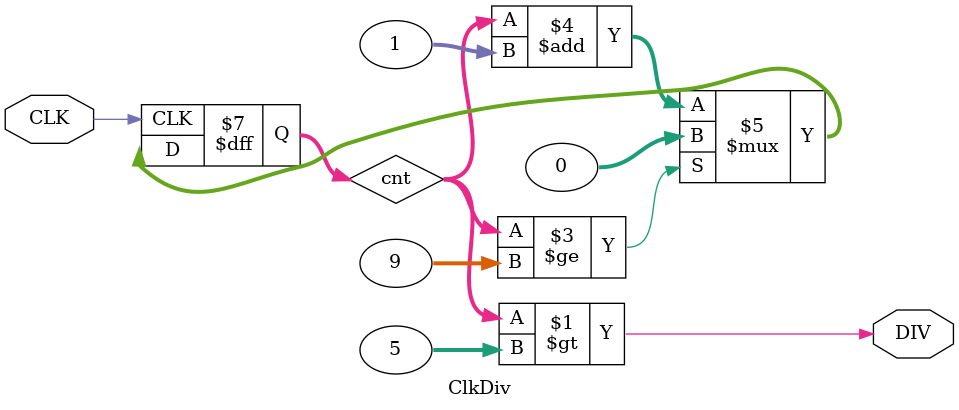
<source format=v>
`timescale 1ns / 1ps
module ClkDiv(CLK,DIV);

	parameter SPLIT = 10;
	parameter HALF = SPLIT / 2;
	
	input CLK;
	output DIV;
	reg [31:0] cnt = 0;
	
	assign DIV = (cnt > HALF);
	
	always @(posedge CLK)
	begin
		cnt <= (cnt >= SPLIT - 1) ? 0 : cnt + 1;
	end

endmodule

</source>
